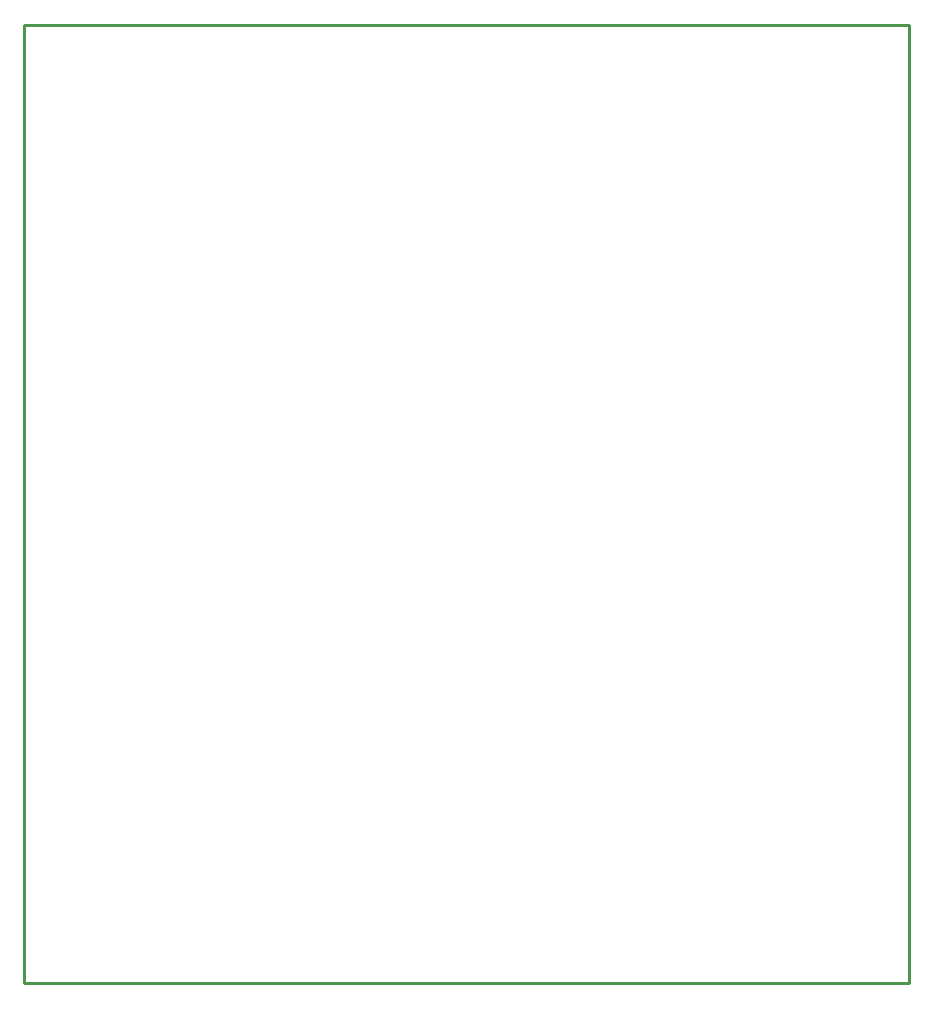
<source format=gko>
G04*
G04 #@! TF.GenerationSoftware,Altium Limited,Altium Designer,20.0.9 (164)*
G04*
G04 Layer_Color=16711935*
%FSLAX25Y25*%
%MOIN*%
G70*
G01*
G75*
%ADD12C,0.01000*%
D12*
X329000Y498000D02*
X329000Y178500D01*
X624000D01*
X624000Y498000D02*
X624000Y178500D01*
X329000Y498000D02*
X624000D01*
M02*

</source>
